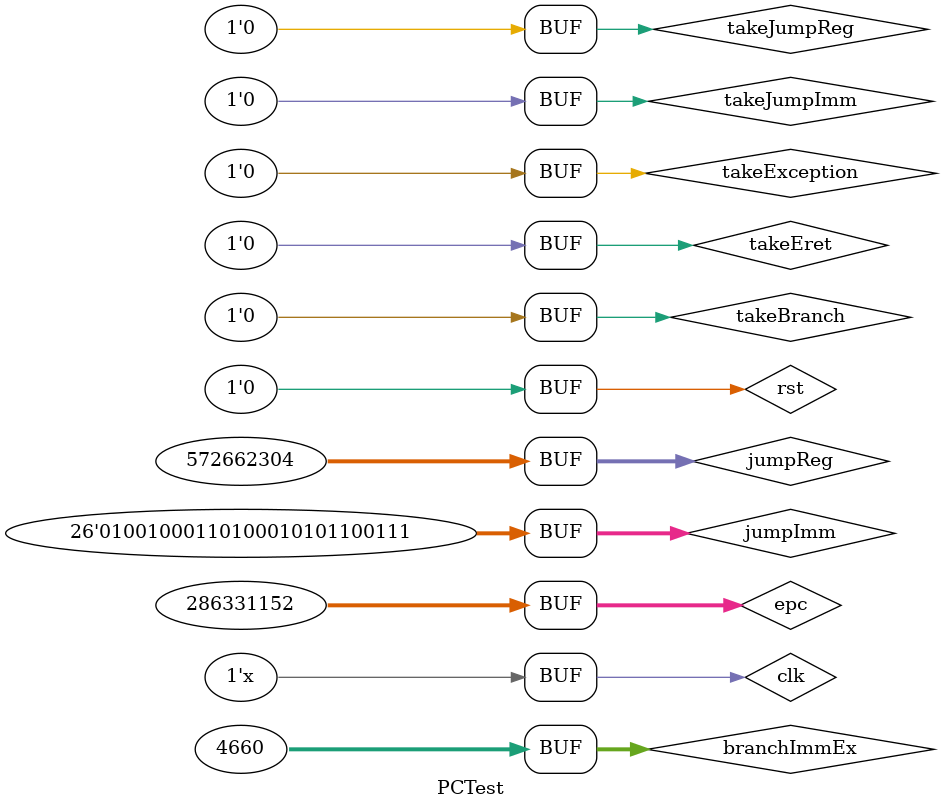
<source format=v>
`timescale 1ns/1ps

module PCTest;
    reg           clk;
    reg           rst;
    reg    [31:0] branchImmEx;
    reg    [25:0] jumpImm;
    reg    [31:0] jumpReg;
    reg    [31:0] epc;
    reg           takeException;
    reg           takeEret;
    reg           takeBranch;
    reg           takeJumpImm;
    reg           takeJumpReg;
    wire   [31:0] pc;
    wire   [31:0] pc4;

    PC U1
    (
        .clk(clk),
        .rst(rst),
        .branchImmEx(branchImmEx),
        .jumpImm(jumpImm),
        .jumpReg(jumpReg),
        .epc(epc),
        .takeException(takeException),
        .takeEret(takeEret),
        .takeBranch(takeBranch),
        .takeJumpImm(takeJumpImm),
        .takeJumpReg(takeJumpReg),
        .pc(pc),
        .pc4(pc4)
    );

    initial
    begin
        clk = 1;
        rst = 1'b1;
        #20
        rst = 1'b0;
        // expect: 32'h0000_3000

        #20
        takeException = 1;
        takeEret = 0;
        takeBranch = 0;
        takeJumpImm = 0;
        takeJumpReg = 0;
        // expect: 32'hBFC0_0380

        #20
        takeException = 0;
        takeEret = 1;
        takeBranch = 1;
        takeJumpImm = 0;
        takeJumpReg = 0;
        epc = 32'h1111_1110;
        // expect: 32'h1111_1110;

        #20
        takeException = 0;
        takeEret = 0;
        takeBranch = 1;
        takeJumpImm = 0;
        takeJumpReg = 0;
        branchImmEx = 32'h0000_1234;
        // expect: 32'h1111_59E4

        #20
        takeException = 0;
        takeEret = 0;
        takeBranch = 0;
        takeJumpImm = 1;
        takeJumpReg = 0;
        jumpImm = 26'h123_4567;
        // expect: 32'h148D_159C

        #20
        takeException = 0;
        takeEret = 0;
        takeBranch = 0;
        takeJumpImm = 0;
        takeJumpReg = 1;
        jumpReg = 32'h2222_2220;
        // expect: 32'h2222_2220;

        #20
        takeException = 0;
        takeEret = 0;
        takeBranch = 0;
        takeJumpImm = 0;
        takeJumpReg = 0;
        // expect: 32'h2222_2224
    end
        
    always
    begin
        #10
        clk = ~clk;
    end
    
endmodule
</source>
